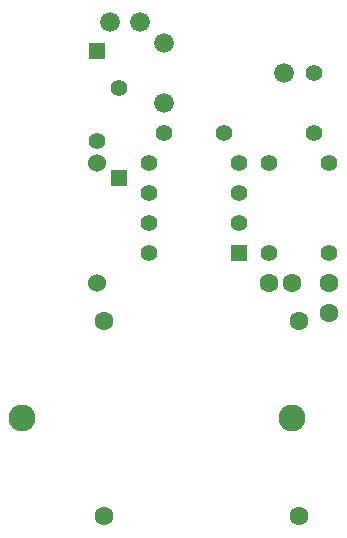
<source format=gtl>
G04 (created by PCBNEW (2013-07-07 BZR 4022)-stable) date 6.9.2017 23:13:13*
%MOIN*%
G04 Gerber Fmt 3.4, Leading zero omitted, Abs format*
%FSLAX34Y34*%
G01*
G70*
G90*
G04 APERTURE LIST*
%ADD10C,0.00590551*%
%ADD11C,0.09*%
%ADD12C,0.066*%
%ADD13R,0.055X0.055*%
%ADD14C,0.055*%
%ADD15C,0.06*%
%ADD16C,0.0629921*%
G04 APERTURE END LIST*
G54D10*
G54D11*
X8000Y-15000D03*
X-1000Y-15000D03*
G54D12*
X1950Y-1800D03*
X2950Y-1800D03*
G54D13*
X6250Y-9500D03*
G54D14*
X6250Y-8500D03*
X6250Y-7500D03*
X6250Y-6500D03*
X3250Y-6500D03*
X3250Y-7500D03*
X3250Y-8500D03*
X3250Y-9500D03*
X9250Y-9500D03*
X7250Y-9500D03*
X9250Y-6500D03*
X7250Y-6500D03*
G54D12*
X7750Y-3500D03*
X3750Y-2500D03*
X3750Y-4500D03*
G54D15*
X1500Y-6500D03*
X1500Y-10500D03*
G54D13*
X2250Y-7000D03*
G54D14*
X2250Y-4000D03*
G54D13*
X1500Y-2750D03*
G54D14*
X1500Y-5750D03*
X8750Y-3500D03*
X8750Y-5500D03*
X5750Y-5500D03*
X3750Y-5500D03*
G54D16*
X8000Y-10500D03*
X9250Y-11500D03*
X8250Y-18250D03*
X1750Y-18250D03*
X1750Y-11750D03*
X8250Y-11750D03*
X9250Y-10500D03*
X7250Y-10500D03*
M02*

</source>
